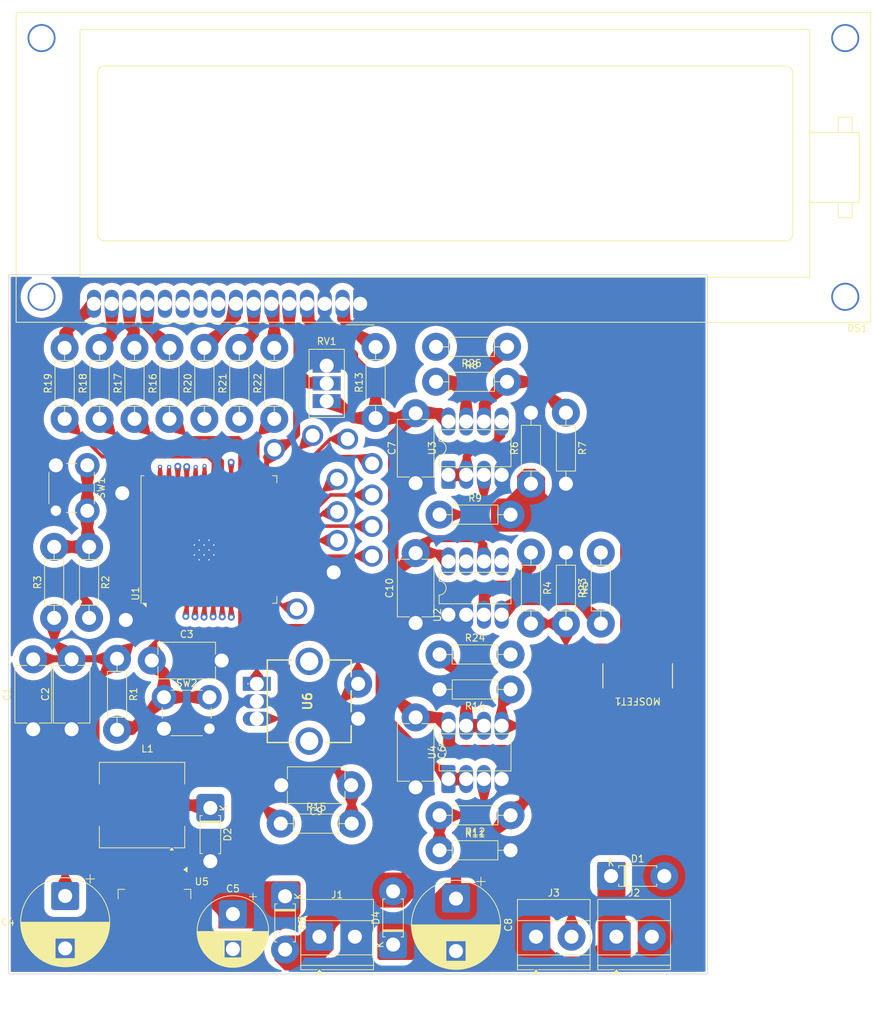
<source format=kicad_pcb>
(kicad_pcb (version 20241229) (generator "pcbnew") (generator_version "9.0")
  (layers (0 "F.Cu" signal) (2 "B.Cu" signal) (13 "F.Paste" user) (15 "B.Paste" user) (5 "F.SilkS" user "F.Silkscreen") (7 "B.SilkS" user "B.Silkscreen") (1 "F.Mask" user) (3 "B.Mask" user) (25 "Edge.Cuts" user))
  (net 0 "")
  (net 1 "GND")
  (net 2 "Net-(U1-EN)")
  (net 3 "Net-(U5-VIN)")
  (net 4 "DB7")
  (net 6 "DB6")
  (net 7 "Net-(DS1-Vo)")
  (net 8 "DB5")
  (net 10 "Net-(DS1-LEDA)")
  (net 11 "R{slash}W")
  (net 12 "E")
  (net 14 "DB4")
  (net 16 "IR")
  (net 17 "Net-(U1-IO0)")
  (net 18 "Net-(R2-Pad1)")
  (net 19 "PWM")
  (net 20 "RS")
  (net 21 "Net-(U2-R)")
  (net 22 "Net-(U3B--)")
  (net 23 "CURRENT")
  (net 24 "Net-(U3A-+)")
  (net 25 "Net-(U3A--)")
  (net 26 "Net-(U4A-+)")
  (net 27 "+12V")
  (net 28 "VOLTAGE")
  (net 29 "unconnected-(U1-IO34-Pad6)")
  (net 30 "Net-(DS1-DB7)")
  (net 31 "unconnected-(U1-RXD0{slash}IO3-Pad34)")
  (net 32 "unconnected-(U1-IO23-Pad37)")
  (net 33 "unconnected-(U1-IO21-Pad33)")
  (net 34 "unconnected-(U1-NC-Pad32)")
  (net 35 "unconnected-(U1-SDO{slash}SD0-Pad21)")
  (net 36 "Net-(U5-FB)")
  (net 37 "unconnected-(U1-IO12-Pad14)")
  (net 38 "unconnected-(U1-IO15-Pad23)")
  (net 39 "unconnected-(U1-SWP{slash}SD3-Pad18)")
  (net 40 "unconnected-(U1-IO32-Pad8)")
  (net 41 "unconnected-(U1-IO13-Pad16)")
  (net 42 "unconnected-(U1-SHD{slash}SD2-Pad17)")
  (net 43 "unconnected-(U1-SDI{slash}SD1-Pad22)")
  (net 44 "unconnected-(U1-IO22-Pad36)")
  (net 45 "unconnected-(U1-IO33-Pad9)")
  (net 46 "unconnected-(U1-SCK{slash}CLK-Pad20)")
  (net 47 "unconnected-(U1-TXD0{slash}IO1-Pad35)")
  (net 48 "unconnected-(U1-IO35-Pad7)")
  (net 49 "unconnected-(U1-IO2-Pad24)")
  (net 50 "Net-(DS1-DB6)")
  (net 51 "unconnected-(U1-SCS{slash}CMD-Pad19)")
  (net 52 "Net-(DS1-DB5)")
  (net 55 "TEMPETURE")
  (net 56 "+3.3V")
  (net 57 "Net-(J3-Pin_2)")
  (net 58 "Net-(DS1-R{slash}~{W})")
  (net 59 "Net-(DS1-E)")
  (net 60 "Net-(DS1-DB4)")
  (net 61 "Net-(DS1-RS)")
  (net 62 "S1")
  (net 63 "B_CHANNEL")
  (net 64 "A_CHANNEL")
  (net 65 "LINE")
  (net 66 "DRAIN")
  (net 67 "Net-(MOSFET1-Pad1)")
  (net 68 "Net-(U2-Q)")
  (net 69 "Net-(R25-Pad1)")
  (net 70 "Net-(U4B--)")
  (footprint "Capacitor_THT:C_Disc_D8.0mm_W5.0mm_P10.00mm" (layer "F.Cu") (at 143.23 70.81 90)
    (property "Reference" "C10")
    (property "Value" "0.1UF")
  )
  (footprint "Inductor_SMD:L_Coilcraft_MSS1278-XXX" (layer "F.Cu") (at 104.08 96.85 180)
    (property "Reference" "L1")
    (property "Value" "L")
  )
  (footprint "TerminalBlock_Phoenix:TerminalBlock_Phoenix_MKDS-1,5-2-5.08_1x02_P5.08mm_Horizontal" (layer "F.Cu") (at 171.955 115.6725)
    (property "Reference" "J2")
    (property "Value" "Conn_01x02")
  )
  (footprint "PCB:1_4W RES" (layer "F.Cu") (at 164.73 60.73 -90)
    (property "Reference" "R23")
    (property "Value" "4K7")
  )
  (footprint "PCB:1_4W RES" (layer "F.Cu") (at 113 41.62 90)
    (property "Reference" "R20")
    (property "Value" "0E")
  )
  (footprint "Diode_THT:D_A-405_P7.62mm_Horizontal" (layer "F.Cu") (at 124.55 109.89 -90)
    (property "Reference" "D3")
    (property "Value" "1N4148")
  )
  (footprint "Package_DIP:DIP-8_W7.62mm" (layer "F.Cu") (at 147.92 49.615 90)
    (property "Reference" "U3")
    (property "Value" "Opamp_Dual")
  )
  (footprint "PCB:1_4W RES" (layer "F.Cu") (at 118 41.62 90)
    (property "Reference" "R21")
    (property "Value" "0E")
  )
  (footprint "PCB:SW_PUSH_6mm_H7.3mm_THT" (layer "F.Cu") (at 107.220682 81.425)
    (property "Reference" "SW2")
    (property "Value" "SW_DIP_x01")
  )
  (footprint "Package_DIP:DIP-8_W7.62mm" (layer "F.Cu") (at 147.92 93.12 90)
    (property "Reference" "U4")
    (property "Value" "Opamp_Dual")
  )
  (footprint "PCB:1_4W RES" (layer "F.Cu") (at 146.65 103.31)
    (property "Reference" "R11")
    (property "Value" "120E")
  )
  (footprint "PCB:1_4W RES" (layer "F.Cu") (at 156.81 98.31 180)
    (property "Reference" "R12")
    (property "Value" "120E")
  )
  (footprint "Capacitor_THT:CP_Radial_D12.5mm_P7.50mm" (layer "F.Cu") (at 93.08 109.85 -90)
    (property "Reference" "C4")
    (property "Value" "1000uf")
  )
  (footprint "Capacitor_THT:C_Disc_D8.0mm_W5.0mm_P10.00mm" (layer "F.Cu") (at 134 94 180)
    (property "Reference" "C9")
    (property "Value" "0.1UF")
  )
  (footprint "PCB:1_4W RES" (layer "F.Cu") (at 164.73 40.73 -90)
    (property "Reference" "R7")
    (property "Value" "120E")
  )
  (footprint "RF_Module:ESP32-WROOM-32U" (layer "F.Cu") (at 113.65 58.865 90)
    (property "Reference" "U1")
    (property "Value" "ESP32-WROOM-32U")
  )
  (footprint "Capacitor_THT:C_Disc_D8.0mm_W5.0mm_P10.00mm" (layer "F.Cu") (at 88.5 86 90)
    (property "Reference" "C1")
    (property "Value" "0.1UF")
  )
  (footprint "PCB:1_4W RES" (layer "F.Cu") (at 100.5 75.92 -90)
    (property "Reference" "R1")
    (property "Value" "10K")
  )
  (footprint "PCB:1_4W RES" (layer "F.Cu") (at 159.73 50.89 90)
    (property "Reference" "R6")
    (property "Value" "0E")
  )
  (footprint "PCB:1_4W RES" (layer "F.Cu") (at 96.5 59.92 -90)
    (property "Reference" "R2")
    (property "Value" "0E")
  )
  (footprint "Capacitor_THT:C_Disc_D8.0mm_W5.0mm_P10.00mm" (layer "F.Cu") (at 143.23 84.31 -90)
    (property "Reference" "C6")
    (property "Value" "0.1UF")
  )
  (footprint "PCB:1_4W RES" (layer "F.Cu") (at 169.73 70.89 90)
    (property "Reference" "R5")
    (property "Value" "120E")
  )
  (footprint "PCB:1_4W RES" (layer "F.Cu") (at 156.31 31.31 180)
    (property "Reference" "R25")
    (property "Value" "1K")
  )
  (footprint "Diode_THT:D_A-405_P7.62mm_Horizontal" (layer "F.Cu") (at 171.19 106.995)
    (property "Reference" "D1")
    (property "Value" "1N4148")
  )
  (footprint "PCB:1_4W RES" (layer "F.Cu") (at 93 41.62 90)
    (property "Reference" "R19")
    (property "Value" "0E")
  )
  (footprint "Display:HY1602E" (layer "F.Cu") (at 135.3 25.1575 180)
    (property "Reference" "DS1")
    (property "Value" "HY1602E")
  )
  (footprint "PCB:1_4W RES" (layer "F.Cu") (at 146.65 55.31)
    (property "Reference" "R9")
    (property "Value" "120E")
  )
  (footprint "Capacitor_THT:CP_Radial_D12.5mm_P7.50mm" (layer "F.Cu") (at 149 110.226041 -90)
    (property "Reference" "C8")
    (property "Value" "1000uf")
  )
  (footprint "Capacitor_THT:C_Disc_D8.0mm_W5.0mm_P10.00mm" (layer "F.Cu") (at 143.23 40.81 -90)
    (property "Reference" "C7")
    (property "Value" "0.1UF")
  )
  (footprint "Package_DIP:DIP-8_W7.62mm_LongPads" (layer "F.Cu") (at 147.92 69.62 90)
    (property "Reference" "U2")
    (property "Value" "NE555D")
  )
  (footprint "Capacitor_THT:C_Disc_D8.0mm_W5.0mm_P10.00mm" (layer "F.Cu") (at 105.470682 76.175)
    (property "Reference" "C3")
    (property "Value" "0.1UF")
  )
  (footprint "PCB:1_4W RES" (layer "F.Cu") (at 123.92 99.5)
    (property "Reference" "R15")
    (property "Value" "0E")
  )
  (footprint "Potentiometer_THT:Potentiometer_Bourns_3386C_Horizontal" (layer "F.Cu") (at 130.5 34)
    (property "Reference" "RV1")
    (property "Value" "R_Potentiometer")
  )
  (footprint "PCB:1_4W RES" (layer "F.Cu") (at 108 41.62 90)
    (property "Reference" "R16")
    (property "Value" "0E")
  )
  (footprint "PCB:H-PSOF8L_100CU_ONS" (layer "F.Cu") (at 175 82 180)
    (property "Reference" "MOSFET1")
    (property "Value" "NTBLS0D7N06C")
  )
  (footprint "Capacitor_THT:CP_Radial_D10.0mm_P5.00mm" (layer "F.Cu") (at 117.08 112.432323 -90)
    (property "Reference" "C5")
    (property "Value" "100uf")
  )
  (footprint "PCB:1_4W RES" (layer "F.Cu") (at 91.5 70.08 90)
    (property "Reference" "R3")
    (property "Value" "10K")
  )
  (footprint "PCB:1_4W RES" (layer "F.Cu") (at 159.73 60.73 -90)
    (property "Reference" "R4")
    (property "Value" "120E")
  )
  (footprint "Package_TO_SOT_SMD:TO-263-5_TabPin3" (layer "F.Cu") (at 105.855 113.725 -90)
    (property "Reference" "U5")
    (property "Value" "LM2576HVS-3.3")
  )
  (footprint "PCB:1_4W RES" (layer "F.Cu") (at 123 41.62 90)
    (property "Reference" "R22")
    (property "Value" "0E")
  )
  (footprint "PCB:1_4W RES" (layer "F.Cu") (at 137.5 41.5 90)
    (property "Reference" "R13")
    (property "Value" "1K")
  )
  (footprint "PCB:1_4W RES" (layer "F.Cu") (at 146.15 36.31)
    (property "Reference" "R8")
    (property "Value" "120E")
  )
  (footprint "Diode_THT:D_A-405_P7.62mm_Horizontal" (layer "F.Cu") (at 140 116.8 90)
    (property "Reference" "D4")
    (property "Value" "1N4148")
  )
  (footprint "PCB:1_4W RES" (layer "F.Cu") (at 98 41.62 90)
    (property "Reference" "R18")
    (property "Value" "0E")
  )
  (footprint "Diode_THT:D_A-405_P7.62mm_Horizontal" (layer "F.Cu") (at 113.855 97.26 -90)
    (property "Reference" "D2")
    (property "Value" "1N4148")
  )
  (footprint "PCB:1_4W RES" (layer "F.Cu") (at 146.65 75.31)
    (property "Reference" "R24")
    (property "Value" "1K")
  )
  (footprint "Capacitor_THT:C_Disc_D8.0mm_W5.0mm_P10.00mm" (layer "F.Cu") (at 94 86 90)
    (property "Reference" "C2")
    (property "Value" "0.1UF")
  )
  (footprint "TerminalBlock_Phoenix:TerminalBlock_Phoenix_MKDS-1,5-2-5.08_1x02_P5.08mm_Horizontal" (layer "F.Cu") (at 160.455 115.6725)
    (property "Reference" "J3")
    (property "Value" "Conn_01x02")
  )
  (footprint "PCB:PEC11H4215FS0024" (layer "F.Cu") (at 120.5 79.5 -90)
    (property "Reference" "U6")
    (property "Value" "PEC11H-4215F-S0024" (hide yes))
  )
  (footprint "PCB:1_4W RES" (layer "F.Cu") (at 156.81 80.31 180)
    (property "Reference" "R14")
    (property "Value" "120E")
  )
  (footprint "PCB:1_4W RES" (layer "F.Cu") (at 103 41.62 90)
    (property "Reference" "R17")
    (property "Value" "0E")
  )
  (footprint "PCB:SW_PUSH_6mm_H7.3mm_THT" (layer "F.Cu") (at 96.25 48.25 -90)
    (property "Reference" "SW1")
    (property "Value" "SW_DIP_x01")
  )
  (footprint "TerminalBlock_Phoenix:TerminalBlock_Phoenix_MKDS-1,5-2-5.08_1x02_P5.08mm_Horizontal" (layer "F.Cu") (at 129.455 115.6725)
    (property "Reference" "J1")
    (property "Value" "Conn_01x02")
  )
  (gr_rect (start 85 21) (end 185 121) (stroke (width 0.1)) (fill no) (layer "Edge.Cuts"))
  (segment (start 131.5 63.564) (end 130.484 64.58) (width 0.5) (layer "F.Cu") (net 1))
  (segment (start 105.395 67.615) (end 104.51 67.615) (width 0.5) (layer "F.Cu") (net 1))
  (segment (start 104.51 67.615) (end 101.75 70.375) (width 0.5) (layer "F.Cu") (net 1))
  (segment (start 103.385 50.115) (end 101.25 52.25) (width 0.5) (layer "F.Cu") (net 1))
  (segment (start 130.484 64.58) (end 123 64.58) (width 0.5) (layer "F.Cu") (net 1))
  (segment (start 105.395 50.115) (end 103.385 50.115) (width 0.5) (layer "F.Cu") (net 1))
  (via (at 131.5 63.564) (size 3) (drill 2) (layers "F.Cu" "B.Cu") (net 1))
  (via (at 101.25 52.25) (size 3) (drill 2) (layers "F.Cu" "B.Cu") (net 1))
  (via (at 101.75 70.375) (size 3) (drill 2) (layers "F.Cu" "B.Cu") (net 1))
  (segment (start 107.935 67.615) (end 107.935 71.565) (width 0.5) (layer "F.Cu") (net 2))
  (segment (start 107.220682 81.425) (end 113.720682 81.425) (width 1.5) (layer "F.Cu") (net 2))
  (segment (start 102.565682 86.08) (end 107.220682 81.425) (width 1.5) (layer "F.Cu") (net 2))
  (segment (start 104.8 75.504318) (end 105.470682 76.175) (width 0.5) (layer "F.Cu") (net 2))
  (segment (start 107.935 71.565) (end 104.8 74.7) (width 0.5) (layer "F.Cu") (net 2))
  (segment (start 104.8 74.7) (end 104.8 75.504318) (width 0.5) (layer "F.Cu") (net 2))
  (segment (start 100.5 86.08) (end 102.565682 86.08) (width 1.5) (layer "F.Cu") (net 2))
  (segment (start 107.220682 77.925) (end 105.470682 76.175) (width 1.5) (layer "F.Cu") (net 2))
  (segment (start 107.220682 81.425) (end 107.220682 77.925) (width 1.5) (layer "F.Cu") (net 2))
  (segment (start 115.612323 112.432323) (end 117.08 112.432323) (width 1) (layer "F.Cu") (net 3))
  (segment (start 122.007677 112.432323) (end 124.55 109.89) (width 1) (layer "F.Cu") (net 3))
  (segment (start 117.08 112.432323) (end 122.007677 112.432323) (width 1) (layer "F.Cu") (net 3))
  (segment (start 109.255 106.075) (end 115.612323 112.432323) (width 1) (layer "F.Cu") (net 3))
  (segment (start 114.285 50.115) (end 114.285 47.81) (width 0.5) (layer "F.Cu") (net 4))
  (segment (start 114.285 47.81) (end 113.5 47.025) (width 0.5) (layer "F.Cu") (net 4))
  (segment (start 113.5 47.025) (end 98.405 47.025) (width 0.5) (layer "F.Cu") (net 4))
  (segment (start 98.405 47.025) (end 93 41.62) (width 0.5) (layer "F.Cu") (net 4))
  (segment (start 102.53 46.15) (end 114.05 46.15) (width 0.5) (layer "F.Cu") (net 6))
  (segment (start 98 41.62) (end 102.53 46.15) (width 0.5) (layer "F.Cu") (net 6))
  (segment (start 114.05 46.15) (end 115.555 47.655) (width 0.5) (layer "F.Cu") (net 6))
  (segment (start 115.555 47.655) (end 115.555 50.115) (width 0.5) (layer "F.Cu") (net 6))
  (segment (start 127.938 36.54) (end 130.5 36.54) (width 1.5) (layer "F.Cu") (net 7))
  (segment (start 126.5 35.102) (end 127.938 36.54) (width 1.5) (layer "F.Cu") (net 7))
  (segment (start 126.5 29.5) (end 126.5 35.102) (width 1.5) (layer "F.Cu") (net 7))
  (segment (start 125.14 25.1575) (end 125.14 28.14) (width 1.5) (layer "F.Cu") (net 7))
  (segment (start 125.14 28.14) (end 126.5 29.5) (width 1.5) (layer "F.Cu") (net 7))
  (segment (start 118.095 46.42) (end 118.095 50.115) (width 0.5) (layer "F.Cu") (net 8))
  (segment (start 103 41.62) (end 106.705 45.325) (width 0.5) (layer "F.Cu") (net 8))
  (segment (start 106.705 45.325) (end 117 45.325) (width 0.5) (layer "F.Cu") (net 8))
  (segment (start 117 45.325) (end 118.095 46.42) (width 0.5) (layer "F.Cu") (net 8))
  (segment (start 132.76 27.26) (end 136.84 31.34) (width 1.5) (layer "F.Cu") (net 10))
  (segment (start 132.76 25.1575) (end 132.76 27.26) (width 1.5) (layer "F.Cu") (net 10))
  (segment (start 136.84 31.34) (end 137.5 31.34) (width 1.5) (layer "F.Cu") (net 10))
  (segment (start 116.75 47.75) (end 116.825 47.825) (width 0.5) (layer "F.Cu") (net 12))
  (segment (start 116.825 50.115) (end 116.825 47.825) (width 0.5) (layer "F.Cu") (net 12))
  (via (at 116.825 47.825) (size 1) (drill 0.5) (layers "F.Cu" "B.Cu") (net 12))
  (segment (start 110.705 44.325) (end 117.9 44.325) (width 0.5) (layer "F.Cu") (net 14))
  (segment (start 108 41.62) (end 110.705 44.325) (width 0.5) (layer "F.Cu") (net 14))
  (segment (start 117.9 44.325) (end 119.365 45.79) (width 0.5) (layer "F.Cu") (net 14))
  (segment (start 119.365 45.79) (end 119.365 50.115) (width 0.5) (layer "F.Cu") (net 14))
  (segment (start 171.86 55.31) (end 177.425 60.875) (width 1) (layer "F.Cu") (net 16))
  (segment (start 177.999999 61.449999) (end 171.86 55.31) (width 0.5) (layer "F.Cu") (net 16))
  (segment (start 177.425 60.875) (end 177.4 60.9) (width 1) (layer "F.Cu") (net 16))
  (segment (start 156.81 55.31) (end 171.86 55.31) (width 1) (layer "F.Cu") (net 16))
  (segment (start 177.999999 76.4112) (end 177.999999 61.449999) (width 0.5) (layer "F.Cu") (net 16))
  (segment (start 156.81 55.31) (end 156.81 53.81) (width 1) (layer "F.Cu") (net 16))
  (segment (start 156.81 53.81) (end 159.73 50.89) (width 1) (layer "F.Cu") (net 16))
  (segment (start 121.905 50.115) (end 121.905 47.095) (width 0.7) (layer "F.Cu") (net 17))
  (segment (start 91 37) (end 87.5 40.5) (width 1) (layer "F.Cu") (net 17))
  (segment (start 87.5 64.5) (end 88.5 65.5) (width 1) (layer "F.Cu") (net 17))
  (segment (start 126.199 43.801) (end 126.199 39.199) (width 1) (layer "F.Cu") (net 17))
  (segment (start 87.5 40.5) (end 87.5 64.5) (width 1) (layer "F.Cu") (net 17))
  (segment (start 124 46) (end 126.199 43.801) (width 1) (layer "F.Cu") (net 17))
  (segment (start 126.199 39.199) (end 124 37) (width 1) (layer "F.Cu") (net 17))
  (segment (start 123 46) (end 124 46) (width 1) (layer "F.Cu") (net 17))
  (segment (start 96.5 68) (end 96.5 70.08) (width 1) (layer "F.Cu") (net 17))
  (segment (start 94 65.5) (end 96.5 68) (width 1) (layer "F.Cu") (net 17))
  (segment (start 124 37) (end 91 37) (width 1) (layer "F.Cu") (net 17))
  (segment (start 123 46) (end 121.905 47.095) (width 1) (layer "F.Cu") (net 17))
  (segment (start 88.5 65.5) (end 94 65.5) (width 1) (layer "F.Cu") (net 17))
  (via (at 123 46) (size 3) (drill 2) (layers "F.Cu" "B.Cu") (net 17))
  (segment (start 96.5 59.92) (end 91.5 59.92) (width 1.5) (layer "F.Cu") (net 18))
  (segment (start 96.25 48.25) (end 96.25 54.75) (width 1.5) (layer "F.Cu") (net 18))
  (segment (start 96.25 54.75) (end 96.25 59.67) (width 1.5) (layer "F.Cu") (net 18))
  (segment (start 96.25 59.67) (end 96.5 59.92) (width 1.5) (layer "F.Cu") (net 18))
  (segment (start 116.825 67.615) (end 116.825 69.95) (width 0.5) (layer "F.Cu") (net 19))
  (segment (start 116.825 69.95) (end 116.85 69.975) (width 0.5) (layer "F.Cu") (net 19))
  (via (at 116.85 69.975) (size 1) (drill 0.5) (layers "F.Cu" "B.Cu") (net 19))
  (segment (start 120.635 50.115) (end 120.635 43.985) (width 0.5) (layer "F.Cu") (net 20))
  (segment (start 120.635 43.985) (end 123 41.62) (width 0.5) (layer "F.Cu") (net 20))
  (segment (start 166.34 67.5) (end 169.73 70.89) (width 1.5) (layer "F.Cu") (net 21))
  (segment (start 155.54 69.62) (end 157.66 67.5) (width 1.5) (layer "F.Cu") (net 21))
  (segment (start 157.66 67.5) (end 166.34 67.5) (width 1.5) (layer "F.Cu") (net 21))
  (segment (start 153 39.62) (end 156.31 36.31) (width 1.5) (layer "F.Cu") (net 22))
  (segment (start 156.31 36.31) (end 160.31 36.31) (width 1.5) (layer "F.Cu") (net 22))
  (segment (start 160.31 36.31) (end 164.73 40.73) (width 1.5) (layer "F.Cu") (net 22))
  (segment (start 153 41.995) (end 153 39.62) (width 1.5) (layer "F.Cu") (net 22))
  (segment (start 110.475 69.734525) (end 110.352781 69.856744) (width 0.5) (layer "F.Cu") (net 23))
  (segment (start 110.475 67.615) (end 110.475 69.734525) (width 0.5) (layer "F.Cu") (net 23))
  (via (at 110.352781 69.856744) (size 1) (drill 0.5) (layers "F.Cu" "B.Cu") (net 23))
  (segment (start 151.19 55.31) (end 153 53.5) (width 1) (layer "F.Cu") (net 24))
  (segment (start 146.65 55.31) (end 151.19 55.31) (width 1) (layer "F.Cu") (net 24))
  (segment (start 153 53.5) (end 153 49.615) (width 1) (layer "F.Cu") (net 24))
  (segment (start 153.5 46) (end 155.54 43.96) (width 1) (layer "F.Cu") (net 25))
  (segment (start 151.5 46) (end 153.5 46) (width 1) (layer "F.Cu") (net 25))
  (segment (start 150.46 47.04) (end 151.5 46) (width 1) (layer "F.Cu") (net 25))
  (segment (start 147.92 49.615) (end 150.46 49.615) (width 1) (layer "F.Cu") (net 25))
  (segment (start 155.54 43.96) (end 155.54 41.995) (width 1) (layer "F.Cu") (net 25))
  (segment (start 150.46 49.615) (end 150.46 47.04) (width 1) (layer "F.Cu") (net 25))
  (segment (start 146.65 103.31) (end 146.65 98.31) (width 1) (layer "F.Cu") (net 26))
  (segment (start 150.865 98.31) (end 153 96.175) (width 1) (layer "F.Cu") (net 26))
  (segment (start 153 96.175) (end 153 93.12) (width 1) (layer "F.Cu") (net 26))
  (segment (start 146.65 98.31) (end 150.865 98.31) (width 1) (layer "F.Cu") (net 26))
  (segment (start 158.81 96.31) (end 158.81 91.81) (width 1.5) (layer "F.Cu") (net 27))
  (segment (start 149 110.226041) (end 149 106.12) (width 1.5) (layer "F.Cu") (net 27))
  (segment (start 134.38 41.5) (end 137.5 41.5) (width 1.5) (layer "F.Cu") (net 27))
  (segment (start 130.5 39.08) (end 130.54 39.04) (width 1.5) (layer "F.Cu") (net 27))
  (segment (start 131.92 39.04) (end 134.38 41.5) (width 1.5) (layer "F.Cu") (net 27))
  (segment (start 143.23 60.81) (end 140.025 64.015) (width 1.5) (layer "F.Cu") (net 27))
  (segment (start 146.73 60.81) (end 147.92 62) (width 1) (layer "F.Cu") (net 27))
  (segment (start 137.5 41.5) (end 142.54 41.5) (width 1.5) (layer "F.Cu") (net 27))
  (segment (start 140.025 81.105) (end 140.025 44.015) (width 1.5) (layer "F.Cu") (net 27))
  (segment (start 156.81 98.31) (end 158.81 96.31) (width 1.5) (layer "F.Cu") (net 27))
  (segment (start 140.025 44.015) (end 140.025 64.575) (width 1) (layer "F.Cu") (net 27))
  (segment (start 155.008541 110.226041) (end 160.455 115.6725) (width 1) (layer "F.Cu") (net 27))
  (segment (start 140.025 44.015) (end 143.23 40.81) (width 1.5) (layer "F.Cu") (net 27))
  (segment (start 158.81 91.81) (end 156 89) (width 1.5) (layer "F.Cu") (net 27))
  (segment (start 127.68 25.1575) (end 127.68 27.349026) (width 1.5) (layer "F.Cu") (net 27))
  (segment (start 171.955 118.045) (end 171.955 115.6725) (width 1) (layer "F.Cu") (net 27))
  (segment (start 140.025 64.015) (end 140.025 64.575) (width 1.5) (layer "F.Cu") (net 27))
  (segment (start 143.23 84.31) (end 140.025 81.105) (width 1.5) (layer "F.Cu") (net 27))
  (segment (start 145.29 58.75) (end 152.125 58.75) (width 1) (layer "F.Cu") (net 27))
  (segment (start 134.25 33.088052) (end 137.5 36.338052) (width 1.5) (layer "F.Cu") (net 27))
  (segment (start 133 31.25) (end 134.25 32.5) (width 1.5) (layer "F.Cu") (net 27))
  (segment (start 149 110.226041) (end 155.008541 110.226041) (width 1) (layer "F.Cu") (net 27))
  (segment (start 143.23 60.81) (end 146.73 60.81) (width 1) (layer "F.Cu") (net 27))
  (segment (start 131.580974 31.25) (end 133 31.25) (width 1.5) (layer "F.Cu") (net 27))
  (segment (start 134.25 32.5) (end 134.25 33.088052) (width 1.5) (layer "F.Cu") (net 27))
  (segment (start 143.23 60.81) (end 145.29 58.75) (width 1) (layer "F.Cu") (net 27))
  (segment (start 146.735 40.81) (end 147.92 41.995) (width 1.5) (layer "F.Cu") (net 27))
  (segment (start 153 59.625) (end 153 62) (width 1) (layer "F.Cu") (net 27))
  (segment (start 149 89) (end 147.92 87.92) (width 1.5) (layer "F.Cu") (net 27))
  (segment (start 171.955 115.6725) (end 171.955 107.76) (width 1) (layer "F.Cu") (net 27))
  (segment (start 130.54 39.04) (end 131.92 39.04) (width 1.5) (layer "F.Cu") (net 27))
  (segment (start 127.68 27.349026) (end 131.580974 31.25) (width 1.5) (layer "F.Cu") (net 27))
  (segment (start 160.455 117.955) (end 162.3 119.8) (width 1) (layer "F.Cu") (net 27))
  (segment (start 140 116.8) (end 142.426041 116.8) (width 1) (layer "F.Cu") (net 27))
  (segment (start 152.125 58.75) (end 153 59.625) (width 1) (layer "F.Cu") (net 27))
  (segment (start 140.025 81.105) (end 140.025 64.575) (width 1) (layer "F.Cu") (net 27))
  (segment (start 137.5 36.338052) (end 137.5 41.5) (width 1.5) (layer "F.Cu") (net 27))
  (segment (start 147.92 87.92) (end 147.92 85.5) (width 1.5) (layer "F.Cu") (net 27))
  (segment (start 143.23 84.31) (end 146.73 84.31) (width 1.5) (layer "F.Cu") (net 27))
  (segment (start 160.455 115.6725) (end 160.455 117.955) (width 1) (layer "F.Cu") (net 27))
  (segment (start 162.3 119.8) (end 170.2 119.8) (width 1) (layer "F.Cu") (net 27))
  (segment (start 170.2 119.8) (end 171.955 118.045) (width 1) (layer "F.Cu") (net 27))
  (segment (start 142.54 41.5) (end 143.23 40.81) (width 1.5) (layer "F.Cu") (net 27))
  (segment (start 142.426041 116.8) (end 149 110.226041) (width 1) (layer "F.Cu") (net 27))
  (segment (start 171.955 107.76) (end 171.19 106.995) (width 1) (layer "F.Cu") (net 27))
  (segment (start 156 89) (end 149 89) (width 1.5) (layer "F.Cu") (net 27))
  (segment (start 143.23 40.81) (end 146.735 40.81) (width 1.5) (layer "F.Cu") (net 27))
  (segment (start 149 106.12) (end 156.81 98.31) (width 1.5) (layer "F.Cu") (net 27))
  (segment (start 146.73 84.31) (end 147.92 85.5) (width 1.5) (layer "F.Cu") (net 27))
  (segment (start 133.314 65.864) (end 109.686 65.864) (width 1) (layer "F.Cu") (net 28))
  (segment (start 109.205 66.345) (end 109.205 67.615) (width 0.7) (layer "F.Cu") (net 28))
  (segment (start 109.686 65.864) (end 109.205 66.345) (width 1) (layer "F.Cu") (net 28))
  (segment (start 138 70.55) (end 133.314 65.864) (width 1) (layer "F.Cu") (net 28))
  (segment (start 147.92 93.12) (end 138 83.2) (width 1) (layer "F.Cu") (net 28))
  (segment (start 147.92 93.12) (end 150.46 93.12) (width 1) (layer "F.Cu") (net 28))
  (segment (start 138 83.2) (end 138 70.55) (width 1) (layer "F.Cu") (net 28))
  (segment (start 111.745 69.83099) (end 111.745 67.615) (width 0.5) (layer "F.Cu") (net 29))
  (segment (start 111.65099 69.925) (end 111.745 69.83099) (width 0.5) (layer "F.Cu") (net 29))
  (via (at 111.65099 69.925) (size 1) (drill 0.5) (layers "F.Cu" "B.Cu") (net 29))
  (segment (start 93 31.46) (end 93 29.3575) (width 1.5) (layer "F.Cu") (net 30))
  (segment (start 93 29.3575) (end 97.2 25.1575) (width 1.5) (layer "F.Cu") (net 30))
  (segment (start 110.475 50.115) (end 110.475 48.45) (width 0.5) (layer "F.Cu") (net 31))
  (via (at 110.475 48.45) (size 1) (drill 0.5) (layers "F.Cu" "B.Cu") (net 31))
  (segment (start 106.665 50.115) (end 106.665 48.49) (width 0.5) (layer "F.Cu") (net 32))
  (segment (start 106.665 48.49) (end 106.65 48.475) (width 0.5) (layer "F.Cu") (net 32))
  (via (at 106.65 48.475) (size 0.6) (drill 0.3) (layers "F.Cu" "B.Cu") (net 32))
  (segment (start 111.745 48.505) (end 111.75 48.5) (width 0.5) (layer "F.Cu") (net 33))
  (segment (start 111.745 50.115) (end 111.745 48.505) (width 0.5) (layer "F.Cu") (net 33))
  (via (at 111.75 48.5) (size 0.6) (drill 0.3) (layers "F.Cu" "B.Cu") (net 33))
  (segment (start 113.015 50.115) (end 113.015 48.36) (width 0.5) (layer "F.Cu") (net 34))
  (segment (start 113.015 48.36) (end 113.025 48.35) (width 0.5) (layer "F.Cu") (net 34))
  (via (at 113.025 48.35) (size 0.6) (drill 0.3) (layers "F.Cu" "B.Cu") (net 34))
  (segment (start 132 50.25) (end 131.683607 50.25) (width 0.5) (layer "F.Cu") (net 35))
  (segment (start 131.683607 50.25) (end 124.973607 56.96) (width 0.5) (layer "F.Cu") (net 35))
  (segment (start 124.973607 56.96) (end 123 56.96) (width 0.5) (layer "F.Cu") (net 35))
  (via (at 132 50.25) (size 3) (drill 2) (layers "F.Cu" "B.Cu") (net 35))
  (segment (start 107.555 106.075) (end 107.555 97.625) (width 1) (layer "F.Cu") (net 36))
  (segment (start 104.155 101.025) (end 108.33 96.85) (width 1) (layer "F.Cu") (net 36))
  (segment (start 108.33 96.85) (end 113.445 96.85) (width 1.5) (layer "F.Cu") (net 36))
  (segment (start 104.155 106.075) (end 104.155 101.025) (width 1) (layer "F.Cu") (net 36))
  (segment (start 113.445 96.85) (end 113.855 97.26) (width 1.5) (layer "F.Cu") (net 36))
  (segment (start 107.555 97.625) (end 108.33 96.85) (width 1) (layer "F.Cu") (net 36))
  (segment (start 125.925 69.1) (end 126.225 68.8) (width 0.5) (layer "F.Cu") (net 37))
  (segment (start 123.44 67.615) (end 124.575 68.75) (width 0.5) (layer "F.Cu") (net 37))
  (segment (start 124.575 68.75) (end 124.925 69.1) (width 0.5) (layer "F.Cu") (net 37))
  (segment (start 124.925 69.1) (end 125.7 69.1) (width 0.5) (layer "F.Cu") (net 37))
  (segment (start 121.905 67.615) (end 123.44 67.615) (width 0.5) (layer "F.Cu") (net 37))
  (segment (start 125.7 69.1) (end 125.925 69.1) (width 0.5) (layer "F.Cu") (net 37))
  (via (at 126.225 68.8) (size 3) (drill 2) (layers "F.Cu" "B.Cu") (net 37))
  (segment (start 133.5 44.5) (end 131 44.5) (width 0.5) (layer "F.Cu") (net 38))
  (segment (start 127.324569 51.675431) (end 124.58 54.42) (width 0.5) (layer "F.Cu") (net 38))
  (segment (start 131 44.5) (end 127.324569 48.175431) (width 0.5) (layer "F.Cu") (net 38))
  (segment (start 127.324569 48.175431) (end 127.324569 51.675431) (width 0.5) (layer "F.Cu") (net 38))
  (segment (start 124.58 54.42) (end 123 54.42) (width 0.5) (layer "F.Cu") (net 38))
  (via (at 133.5 44.5) (size 3) (drill 2) (layers "F.Cu" "B.Cu") (net 38))
  (segment (start 125.73 60.77) (end 123 60.77) (width 0.5) (layer "F.Cu") (net 39))
  (segment (start 129.551 56.949) (end 125.73 60.77) (width 0.5) (layer "F.Cu") (net 39))
  (segment (start 136.949 56.949) (end 129.551 56.949) (width 0.5) (layer "F.Cu") (net 39))
  (segment (start 137 57) (end 136.949 56.949) (width 0.5) (layer "F.Cu") (net 39))
  (via (at 137 57) (size 3) (drill 2) (layers "F.Cu" "B.Cu") (net 39))
  (segment (start 114.285 69.891012) (end 114.285 67.615) (width 0.5) (layer "F.Cu") (net 40))
  (segment (start 114.250994 69.925018) (end 114.285 69.891012) (width 0.5) (layer "F.Cu") (net 40))
  (via (at 114.250994 69.925018) (size 1) (drill 0.5) (layers "F.Cu" "B.Cu") (net 40))
  (segment (start 129.413447 61.25) (end 127.353447 63.31) (width 0.5) (layer "F.Cu") (net 41))
  (segment (start 137 61.25) (end 129.413447 61.25) (width 0.5) (layer "F.Cu") (net 41))
  (segment (start 127.353447 63.31) (end 123 63.31) (width 0.5) (layer "F.Cu") (net 41))
  (via (at 137 61.25) (size 3) (drill 2) (layers "F.Cu" "B.Cu") (net 41))
  (segment (start 123.1 61.94) (end 123 62.04) (width 0.5) (layer "F.Cu") (net 42))
  (segment (start 126.56 61.94) (end 123.1 61.94) (width 0.5) (layer "F.Cu") (net 42))
  (segment (start 129.501 58.999) (end 126.56 61.94) (width 0.5) (layer "F.Cu") (net 42))
  (segment (start 132 58.999) (end 129.501 58.999) (width 0.5) (layer "F.Cu") (net 42))
  (via (at 132 58.999) (size 3) (drill 2) (layers "F.Cu" "B.Cu") (net 42))
  (segment (start 128.75 49.25) (end 128.75 51.75) (width 0.5) (layer "F.Cu") (net 43))
  (segment (start 131 47) (end 128.75 49.25) (width 0.5) (layer "F.Cu") (net 43))
  (segment (start 124.81 55.69) (end 123 55.69) (width 0.5) (layer "F.Cu") (net 43))
  (segment (start 137 48) (end 136 47) (width 0.5) (layer "F.Cu") (net 43))
  (segment (start 128.75 51.75) (end 124.81 55.69) (width 0.5) (layer "F.Cu") (net 43))
  (segment (start 136 47) (end 131 47) (width 0.5) (layer "F.Cu") (net 43))
  (via (at 137 48) (size 3) (drill 2) (layers "F.Cu" "B.Cu") (net 43))
  (segment (start 107.935 48.515) (end 107.95 48.5) (width 0.5) (layer "F.Cu") (net 44))
  (segment (start 107.935 50.115) (end 107.935 48.515) (width 0.5) (layer "F.Cu") (net 44))
  (via (at 107.95 48.5) (size 0.6) (drill 0.3) (layers "F.Cu" "B.Cu") (net 44))
  (segment (start 115.555 67.615) (end 115.555 69.920055) (width 0.5) (layer "F.Cu") (net 45))
  (segment (start 115.555 69.920055) (end 115.550996 69.924059) (width 0.5) (layer "F.Cu") (net 45))
  (via (at 115.550996 69.924059) (size 1) (drill 0.5) (layers "F.Cu" "B.Cu") (net 45))
  (segment (start 131 52.5) (end 125.27 58.23) (width 0.5) (layer "F.Cu") (net 46))
  (segment (start 137 52.5) (end 131 52.5) (width 0.5) (layer "F.Cu") (net 46))
  (segment (start 125.27 58.23) (end 123 58.23) (width 0.5) (layer "F.Cu") (net 46))
  (via (at 137 52.5) (size 3) (drill 2) (layers "F.Cu" "B.Cu") (net 46))
  (segment (start 109.2 48.4) (end 109.205 48.405) (width 0.5) (layer "F.Cu") (net 47))
  (segment (start 109.205 48.405) (end 109.205 50.115) (width 0.5) (layer "F.Cu") (net 47))
  (via (at 109.2 48.4) (size 1) (drill 0.5) (layers "F.Cu" "B.Cu") (net 47))
  (segment (start 112.951552 69.963165) (end 112.951552 69.924439) (width 0.5) (layer "F.Cu") (net 48))
  (segment (start 112.951552 69.924439) (end 113.015 69.860991) (width 0.5) (layer "F.Cu") (net 48))
  (segment (start 113.015 69.860991) (end 113.015 67.615) (width 0.5) (layer "F.Cu") (net 48))
  (via (at 112.951552 69.963165) (size 1) (drill 0.5) (layers "F.Cu" "B.Cu") (net 48))
  (segment (start 126.5 48) (end 124 50.5) (width 0.5) (layer "F.Cu") (net 49))
  (segment (start 124 50.5) (end 123 51.5) (width 0.5) (layer "F.Cu") (net 49))
  (segment (start 128.5 44) (end 126.5 46) (width 0.5) (layer "F.Cu") (net 49))
  (segment (start 123.375 51.125) (end 123 51.5) (width 0.3) (layer "F.Cu") (net 49))
  (segment (start 124 50.5) (end 123.375 51.125) (width 0.5) (layer "F.Cu") (net 49))
  (segment (start 126.5 46) (end 126.5 48) (width 0.5) (layer "F.Cu") (net 49))
  (segment (start 123 51.5) (end 123 53.15) (width 0.5) (layer "F.Cu") (net 49))
  (via (at 128.5 44) (size 3) (drill 2) (layers "F.Cu" "B.Cu") (net 49))
  (segment (start 99.74 29.72) (end 99.74 25.1575) (width 1.5) (layer "F.Cu") (net 50))
  (segment (start 98 31.46) (end 99.74 29.72) (width 1.5) (layer "F.Cu") (net 50))
  (segment (start 125.53851 59.5) (end 130.13951 54.899) (width 0.5) (layer "F.Cu") (net 51))
  (segment (start 130.13951 54.899) (end 132 54.899) (width 0.5) (layer "F.Cu") (net 51))
  (segment (start 123 59.5) (end 125.53851 59.5) (width 0.5) (layer "F.Cu") (net 51))
  (via (at 132 54.899) (size 3) (drill 2) (layers "F.Cu" "B.Cu") (net 51))
  (segment (start 103 31.46) (end 103 29) (width 1.5) (layer "F.Cu") (net 52))
  (segment (start 102.28 28.28) (end 102.28 25.1575) (width 1.5) (layer "F.Cu") (net 52))
  (segment (start 103 29) (end 102.28 28.28) (width 1.5) (layer "F.Cu") (net 52))
  (segment (start 99.83 96.85) (end 97.5 94.52) (width 1) (layer "F.Cu") (net 56))
  (segment (start 100.05 76.47) (end 100.05 76.37) (width 1) (layer "F.Cu") (net 56))
  (segment (start 100.18 75.92) (end 100.5 75.92) (width 1.5) (layer "F.Cu") (net 56))
  (segment (start 91.5 70.08) (end 91.5 73.5) (width 1) (layer "F.Cu") (net 56))
  (segment (start 100.5 75.92) (end 100.58 75.92) (width 0.5) (layer "F.Cu") (net 56))
  (segment (start 100.5 75.92) (end 88.58 75.92) (width 1) (layer "F.Cu") (net 56))
  (segment (start 97.5 94.52) (end 97.5 79.02) (width 1) (layer "F.Cu") (net 56))
  (segment (start 93.08 109.85) (end 93.08 103.6) (width 1) (layer "F.Cu") (net 56))
  (segment (start 88.58 75.92) (end 88.5 76) (width 1) (layer "F.Cu") (net 56))
  (segment (start 100.58 75.92) (end 106.665 69.835) (width 0.5) (layer "F.Cu") (net 56))
  (segment (start 117.519 93.099) (end 103.581 93.099) (width 1) (layer "F.Cu") (net 56))
  (segment (start 103.581 93.099) (end 99.83 96.85) (width 1) (layer "F.Cu") (net 56))
  (segment (start 91.5 73.5) (end 94 76) (width 1) (layer "F.Cu") (net 56))
  (segment (start 123.92 99.5) (end 117.519 93.099) (width 1) (layer "F.Cu") (net 56))
  (segment (start 100.05 76.37) (end 100.5 75.92) (width 1) (layer "F.Cu") (net 56))
  (segment (start 93.08 103.6) (end 99.83 96.85) (width 1) (layer "F.Cu") (net 56))
  (segment (start 106.665 69.835) (end 106.665 67.615) (width 0.5) (layer "F.Cu") (net 56))
  (segment (start 97.5 79.02) (end 100.05 76.47) (width 1) (layer "F.Cu") (net 56))
  (segment (start 165.535 115.6725) (end 165.535 111.035) (width 1) (layer "F.Cu") (net 57))
  (segment (start 165.535 111.035) (end 161.5 107) (width 1) (layer "F.Cu") (net 57))
  (segment (start 161.5 89) (end 158 85.5) (width 1) (layer "F.Cu") (net 57))
  (segment (start 155.54 81.58) (end 156.81 80.31) (width 1) (layer "F.Cu") (net 57))
  (segment (start 161.5 107) (end 161.5 89) (width 1) (layer "F.Cu") (net 57))
  (segment (start 158 85.5) (end 155.54 85.5) (width 1) (layer "F.Cu") (net 57))
  (segment (start 155.54 85.5) (end 155.54 81.58) (width 1) (layer "F.Cu") (net 57))
  (segment (start 120.06 29.4) (end 120.06 25.1575) (width 1.5) (layer "F.Cu") (net 58))
  (segment (start 118 31.46) (end 120.06 29.4) (width 1.5) (layer "F.Cu") (net 58))
  (segment (start 117.52 26.94) (end 117.52 25.1575) (width 1.5) (layer "F.Cu") (net 59))
  (segment (start 113 31.46) (end 117.52 26.94) (width 1.5) (layer "F.Cu") (net 59))
  (segment (start 104.82 25.1575) (end 104.82 28.28) (width 1.5) (layer "F.Cu") (net 60))
  (segment (start 104.82 28.28) (end 108 31.46) (width 1.5) (layer "F.Cu") (net 60))
  (segment (start 123 25.5575) (end 122.6 25.1575) (width 1.5) (layer "F.Cu") (net 61))
  (segment (start 123 31.46) (end 123 25.5575) (width 1.5) (layer "F.Cu") (net 61))
  (segment (start 135 75) (end 135 79.5) (width 0.5) (layer "F.Cu") (net 62))
  (segment (start 132 82.5) (end 135 79.5) (width 1) (layer "F.Cu") (net 62))
  (segment (start 122.2 71.2) (end 131.2 71.2) (width 0.5) (layer "F.Cu") (net 62))
  (segment (start 120.635 67.615) (end 120.635 69.635) (width 0.5) (layer "F.Cu") (net 62))
  (segment (start 132 92) (end 132 82.5) (width 1) (layer "F.Cu") (net 62))
  (segment (start 134.08 99.5) (end 134.08 94.08) (width 1) (layer "F.Cu") (net 62))
  (segment (start 131.2 71.2) (end 135 75) (width 0.5) (layer "F.Cu") (net 62))
  (segment (start 134.08 94.08) (end 134 94) (width 1) (layer "F.Cu") (net 62))
  (segment (start 120.635 69.635) (end 122.2 71.2) (width 0.5) (layer "F.Cu") (net 62))
  (segment (start 134 94) (end 132 92) (width 1) (layer "F.Cu") (net 62))
  (segment (start 125 77) (end 119.365 71.365) (width 0.5) (layer "F.Cu") (net 63))
  (segment (start 120.5 84.5) (end 123.5 84.5) (width 0.5) (layer "F.Cu") (net 63))
  (segment (start 123.5 84.5) (end 125 83) (width 0.5) (layer "F.Cu") (net 63))
  (segment (start 119.365 71.365) (end 119.365 67.615) (width 0.5) (layer "F.Cu") (net 63))
  (segment (start 125 83) (end 125 77) (width 0.5) (layer "F.Cu") (net 63))
  (segment (start 120.5 75) (end 118.095 72.595) (width 0.5) (layer "F.Cu") (net 64))
  (segment (start 118.095 72.595) (end 118.095 67.615) (width 0.5) (layer "F.Cu") (net 64))
  (segment (start 120.5 79.5) (end 120.5 75) (width 0.5) (layer "F.Cu") (net 64))
  (segment (start 135.9475 109.18) (end 140 109.18) (width 1.5) (layer "F.Cu") (net 65))
  (segment (start 127.6175 117.51) (end 129.455 115.6725) (width 1.5) (layer "F.Cu") (net 65))
  (segment (start 124.55 117.51) (end 127.6175 117.51) (width 1.5) (layer "F.Cu") (net 65))
  (segment (start 129.455 115.6725) (end 135.9475 109.18) (width 1.5) (layer "F.Cu") (net 65))
  (segment (start 175.600001 84.961401) (end 175 84.3614) (width 1) (layer "F.Cu") (net 66))
  (segment (start 177.035 108.77) (end 178.81 106.995) (width 1) (layer "F.Cu") (net 66))
  (segment (start 177.035 115.6725) (end 177.035 108.77) (width 1) (layer "F.Cu") (net 66))
  (segment (start 175.600001 103.580001) (end 175.600001 84.961401) (width 1) (layer "F.Cu") (net 66))
  (segment (start 178.81 106.995) (end 178.81 106.79) (width 1) (layer "F.Cu") (net 66))
  (segment (start 178.81 106.79) (end 175.600001 103.580001) (width 1) (layer "F.Cu") (net 66))
  (segment (start 164.73 70.89) (end 159.73 70.89) (width 0.5) (layer "F.Cu") (net 67))
  (segment (start 168.96 79) (end 164.73 74.77) (width 0.5) (layer "F.Cu") (net 67))
  (segment (start 179.199999 77.699999) (end 177.899998 79) (width 0.5) (layer "F.Cu") (net 67))
  (segment (start 164.73 74.77) (end 164.73 70.89) (width 0.5) (layer "F.Cu") (net 67))
  (segment (start 179.199999 76.4112) (end 179.199999 77.699999) (width 0.5) (layer "F.Cu") (net 67))
  (segment (start 177.899998 79) (end 168.96 79) (width 0.5) (layer "F.Cu") (net 67))
  (segment (start 153 69.62) (end 153 67) (width 1.5) (layer "F.Cu") (net 68))
  (segment (start 154.5 65.5) (end 157 65.5) (width 1.5) (layer "F.Cu") (net 68))
  (segment (start 157 65.5) (end 159.73 62.77) (width 1.5) (layer "F.Cu") (net 68))
  (segment (start 159.73 62.77) (end 159.73 60.73) (width 1.5) (layer "F.Cu") (net 68))
  (segment (start 153 67) (end 154.5 65.5) (width 1.5) (layer "F.Cu") (net 68))
  (segment (start 146.15 36.31) (end 151.31 36.31) (width 1.5) (layer "F.Cu") (net 69))
  (segment (start 150.46 38.46) (end 148.31 36.31) (width 1.5) (layer "F.Cu") (net 69))
  (segment (start 150.46 41.995) (end 150.46 38.46) (width 1.5) (layer "F.Cu") (net 69))
  (segment (start 148.31 36.31) (end 146.15 36.31) (width 1.5) (layer "F.Cu") (net 69))
  (segment (start 151.31 36.31) (end 156.31 31.31) (width 1.5) (layer "F.Cu") (net 69))
  (segment (start 150.46 79.12) (end 146.65 75.31) (width 1.5) (layer "F.Cu") (net 70))
  (segment (start 150.46 85.5) (end 153 85.5) (width 1.5) (layer "F.Cu") (net 70))
  (segment (start 150.46 85.5) (end 150.46 79.12) (width 1.5) (layer "F.Cu") (net 70))
  (zone (net 1) (net_name "GND") (layer "F.Cu") (priority 6) (connect_pads yes (clearance 1)) (min_thickness 0.25) (fill yes (thermal_gap 0.5) (thermal_bridge_width 0.5))
    (polygon (pts (xy 97 121) (xy 85 121) (xy 85 114.5) (xy 97 114.5)))
  )
  (zone (net 65) (net_name "LINE") (layer "F.Cu") (priority 7) (connect_pads yes (clearance 1)) (min_thickness 0.25) (fill yes (thermal_gap 0.5) (thermal_bridge_width 0.5))
    (polygon (pts (xy 124.5 117.5) (xy 124.5 115.5) (xy 126.5 115.5) (xy 127.5 114.5) (xy 127.5 113) (xy 134 106.5) (xy 141.5 106.5) (xy 143 108) (xy 143 110) (xy 141.5 111.5) (xy 135 111.5) (xy 131.5 115) (xy 131.5 117.5) (xy 128.5 120.5) (xy 124.5 120.5) (xy 123 119) (xy 123 118)))
  )
  (zone (net 1) (net_name "GND") (layer "F.Cu") (priority 8) (connect_pads yes (clearance 1)) (min_thickness 0.25) (fill yes (thermal_gap 0.5) (thermal_bridge_width 0.5))
    (polygon (pts (xy 105.5 52.5) (xy 120.5 52.5) (xy 120.5 64.5) (xy 105.5 64.5)))
  )
  (zone (net 27) (net_name "+12V") (layer "F.Cu") (priority 2) (connect_pads yes (clearance 0.5)) (min_thickness 0.25) (fill yes (thermal_gap 0.5) (thermal_bridge_width 0.5))
    (polygon (pts (xy 139.25 118.75) (xy 138 118.75) (xy 138 113.25) (xy 138.75 112.5) (xy 143 112.5) (xy 147.5 108) (xy 159.5 108) (xy 162.5 111) (xy 162.5 117.25) (xy 163.75 118.5) (xy 167.5 118.5) (xy 169.25 116.75) (xy 169.25 105) (xy 173.25 105) (xy 173.25 113) (xy 174 113.75) (xy 174 119.5) (xy 172.5 120.5) (xy 155.25 120.5) (xy 153.75 119) (xy 153.75 115.75) (xy 151.5 113.75) (xy 148 113.75) (xy 142.75 119) (xy 138 119) (xy 137.75 118.75) (xy 137.75 113.5) (xy 138 113.25)))
  )
  (zone (net 3) (net_name "Net-(U5-VIN)") (layer "F.Cu") (priority 3) (connect_pads yes (clearance 0.5)) (min_thickness 0.25) (fill yes (thermal_gap 0.5) (thermal_bridge_width 0.5))
    (polygon (pts (xy 126.75 109.75) (xy 126.75 112.5) (xy 126.5 112.75) (xy 126.5 114.5) (xy 126.25 114.75) (xy 119.25 114.75) (xy 119 114.5) (xy 114 114.5) (xy 112.5 113) (xy 112.5 110) (xy 111 108.5) (xy 109 108.5) (xy 108.75 108.25) (xy 108.75 104) (xy 109.75 104) (xy 110 104.25) (xy 111 104.25) (xy 111.25 104.5) (xy 111.25 106.5) (xy 112.5 107.75) (xy 126.5 107.75) (xy 126.75 108)))
  )
  (zone (net 1) (net_name "GND") (layer "F.Cu") (connect_pads yes (clearance 1)) (min_thickness 0.25) (fill yes (thermal_gap 0.5) (thermal_bridge_width 0.5))
    (polygon (pts (xy 85 121) (xy 85 21) (xy 185 21) (xy 185 121)))
  )
  (zone (net 16) (net_name "IR") (layer "F.Cu") (priority 1) (connect_pads yes (clearance 0)) (min_thickness 0.25) (fill yes (thermal_gap 0.5) (thermal_bridge_width 0.5))
    (polygon (pts (xy 169.5 77.25) (xy 168 75.75) (xy 168 74.75) (xy 169 73.75) (xy 171.25 73.75) (xy 172.5 72.5) (xy 172.5 58.75) (xy 170.75 57) (xy 160.25 57) (xy 159.5 57.75) (xy 155 57.75) (xy 154 56.75) (xy 154 54) (xy 155 53) (xy 156.25 53) (xy 157.75 51.5) (xy 157.75 49.75) (xy 158.75 48.75) (xy 160.25 48.75) (xy 161.5 49.75) (xy 161.75 50) (xy 161.75 54.25) (xy 161.75 52.25) (xy 163.5 54) (xy 182.75 54) (xy 184.5 55.75) (xy 184.5 72.25) (xy 182.25 74.5) (xy 178.75 74.5) (xy 178.25 75) (xy 178.25 77.25)))
  )
  (zone (net 66) (net_name "DRAIN") (layer "F.Cu") (connect_pads yes (clearance 0.5)) (min_thickness 0.25) (fill yes (thermal_gap 0.5) (thermal_bridge_width 0.5))
    (polygon (pts (xy 168 80.5) (xy 162.5 75) (xy 161 75) (xy 159.5 76.5) (xy 159.5 78.5) (xy 160 79) (xy 160 85.5) (xy 163 88.5) (xy 163 103) (xy 164 104) (xy 168 104) (xy 168.5 103.5) (xy 173.5 103.5) (xy 174.5 104.5) (xy 174.5 112) (xy 175 112.5) (xy 175 119.5) (xy 183 119.5) (xy 184.5 118) (xy 184.5 80.5)))
  )
  (zone (net 1) (net_name "GND") (layer "F.Cu") (priority 5) (connect_pads yes (clearance 1)) (min_thickness 0.25) (fill yes (thermal_gap 0.5) (thermal_bridge_width 0.5))
    (polygon (pts (xy 103 103.5) (xy 97 103.5) (xy 97 121) (xy 120 121) (xy 120 115.5) (xy 114 115.5) (xy 114 113) (xy 111 110) (xy 107.5 110) (xy 106.5 109) (xy 106.5 103.5) (xy 105.5 103.5) (xy 105.5 108.5) (xy 104.5 109.5) (xy 103.5 109.5) (xy 103 109)))
  )
  (zone (net 1) (net_name "GND") (layer "B.Cu") (priority 4) (connect_pads yes (clearance 1)) (min_thickness 0.25) (fill yes (thermal_gap 0.5) (thermal_bridge_width 0.5))
    (polygon (pts (xy 85 21) (xy 185 21) (xy 185 121) (xy 85 121)))
  )
)
</source>
